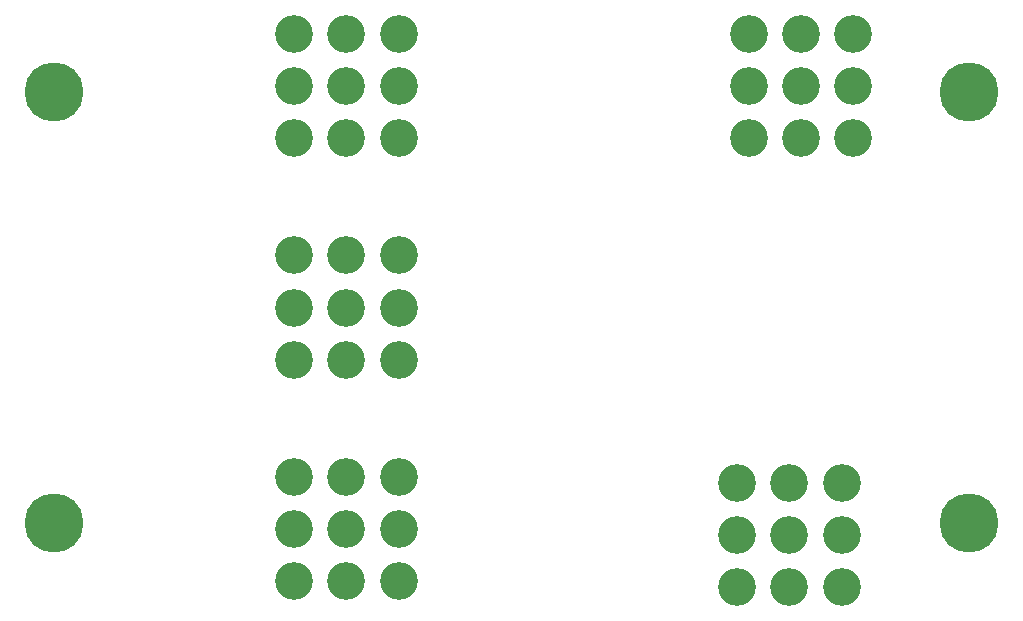
<source format=gbr>
G04 #@! TF.GenerationSoftware,KiCad,Pcbnew,(2017-05-10 revision 747583606)-makepkg*
G04 #@! TF.CreationDate,2017-05-29T23:11:27+02:00*
G04 #@! TF.ProjectId,Switch-N-Sense,5377697463682D4E2D53656E73652E6B,rev?*
G04 #@! TF.FileFunction,Soldermask,Bot*
G04 #@! TF.FilePolarity,Negative*
%FSLAX46Y46*%
G04 Gerber Fmt 4.6, Leading zero omitted, Abs format (unit mm)*
G04 Created by KiCad (PCBNEW (2017-05-10 revision 747583606)-makepkg) date 05/29/17 23:11:27*
%MOMM*%
%LPD*%
G01*
G04 APERTURE LIST*
%ADD10C,0.100000*%
%ADD11C,3.200000*%
%ADD12C,5.000000*%
G04 APERTURE END LIST*
D10*
D11*
X165565000Y-103565000D03*
X170000000Y-103565000D03*
X174435000Y-103565000D03*
X174435000Y-108000000D03*
X170000000Y-108000000D03*
X165565000Y-108000000D03*
X165565000Y-112435000D03*
X170000000Y-112435000D03*
X174435000Y-112435000D03*
X175435000Y-74435000D03*
X171000000Y-74435000D03*
X166565000Y-74435000D03*
X166565000Y-70000000D03*
X171000000Y-70000000D03*
X175435000Y-70000000D03*
X175435000Y-65565000D03*
X171000000Y-65565000D03*
X166565000Y-65565000D03*
X128065000Y-84315000D03*
X132500000Y-84315000D03*
X136935000Y-84315000D03*
X136935000Y-88750000D03*
X132500000Y-88750000D03*
X128065000Y-88750000D03*
X128065000Y-93185000D03*
X132500000Y-93185000D03*
X136935000Y-93185000D03*
X136935000Y-111935000D03*
X132500000Y-111935000D03*
X128065000Y-111935000D03*
X128065000Y-107500000D03*
X132500000Y-107500000D03*
X136935000Y-107500000D03*
X136935000Y-103065000D03*
X132500000Y-103065000D03*
X128065000Y-103065000D03*
X128065000Y-65565000D03*
X132500000Y-65565000D03*
X136935000Y-65565000D03*
X136935000Y-70000000D03*
X132500000Y-70000000D03*
X128065000Y-70000000D03*
X128065000Y-74435000D03*
X132500000Y-74435000D03*
X136935000Y-74435000D03*
D12*
X185250000Y-70500000D03*
X185250000Y-107000000D03*
X107750000Y-107000000D03*
X107750000Y-70500000D03*
M02*

</source>
